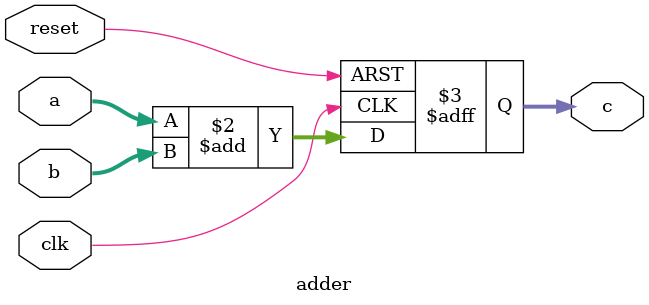
<source format=v>
module adder(
    input clk,
    input reset,
    input [3:0]a,
    input [3:0]b,
    output reg[7:0]c
);


    always@(posedge clk or posedge reset)begin
        if(reset)
            c <= 0;
        else
            c <= a+b;
    end
endmodule

</source>
